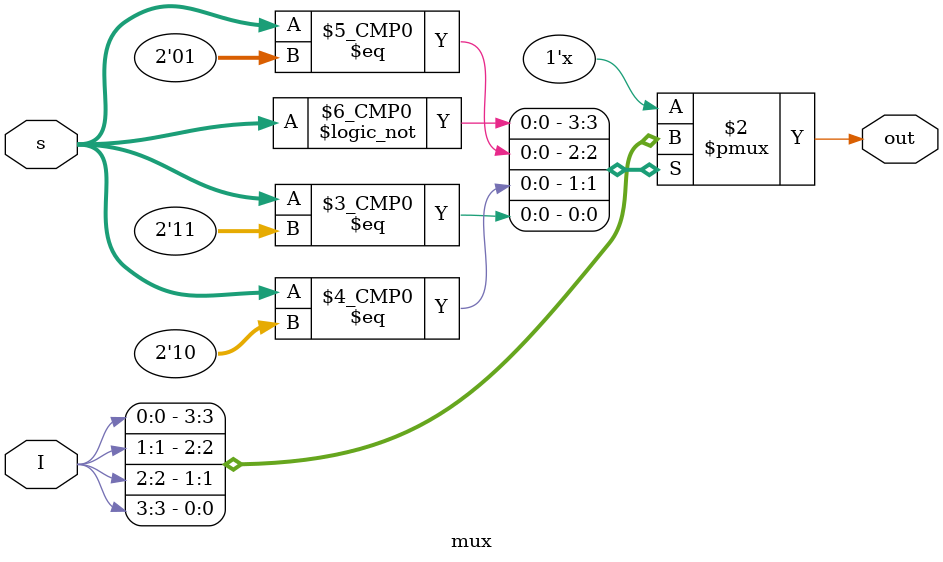
<source format=sv>
module mux(
  input wire [1:0]s,
  input wire [3:0] I,
  output reg out
  
);
  
  always_comb
    case (s)
      2'b00: out =I[0];
      2'b01: out =I[1];
      2'b10: out =I[2] ;
      2'b11: out = I[3] ;
    endcase
      
      
endmodule

</source>
